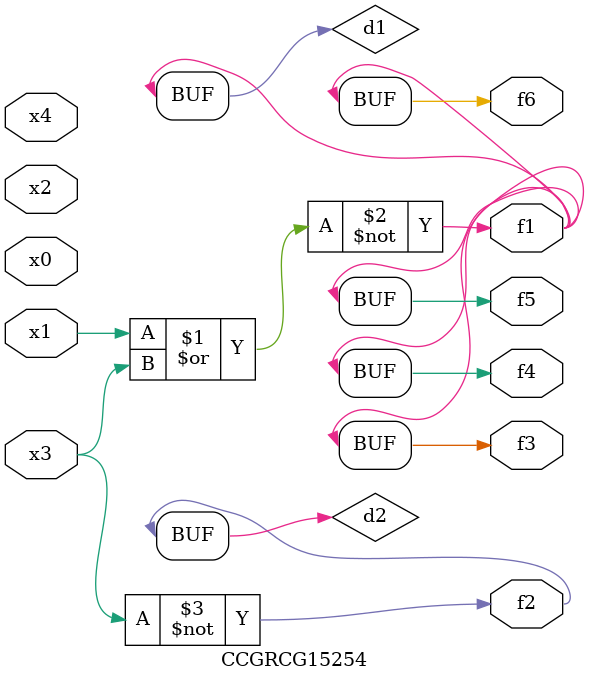
<source format=v>
module CCGRCG15254(
	input x0, x1, x2, x3, x4,
	output f1, f2, f3, f4, f5, f6
);

	wire d1, d2;

	nor (d1, x1, x3);
	not (d2, x3);
	assign f1 = d1;
	assign f2 = d2;
	assign f3 = d1;
	assign f4 = d1;
	assign f5 = d1;
	assign f6 = d1;
endmodule

</source>
